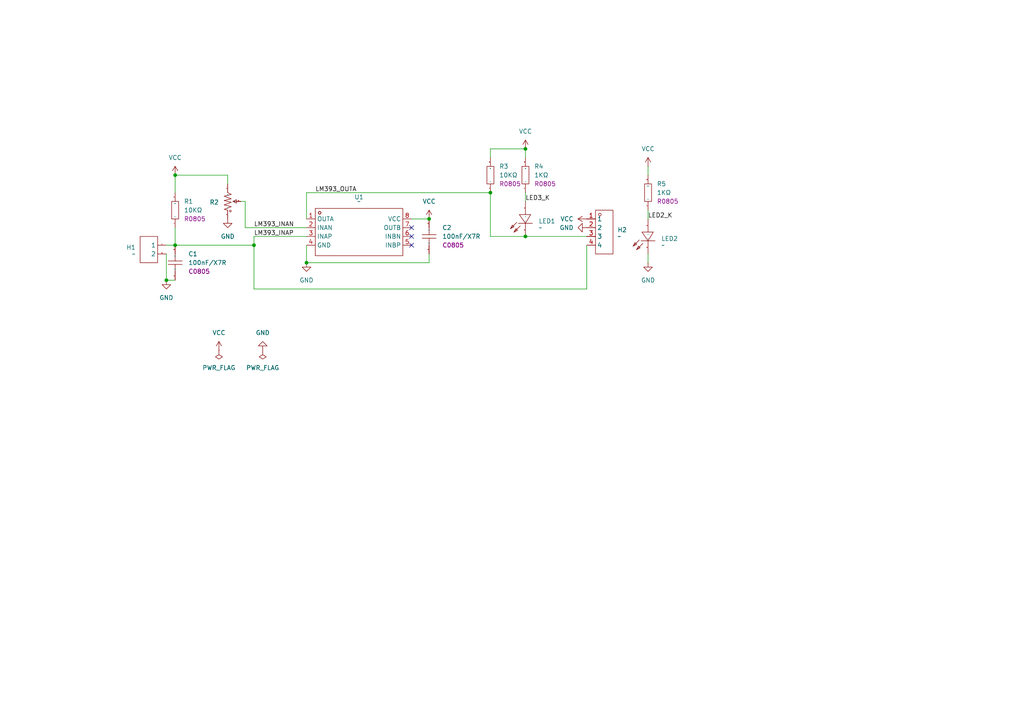
<source format=kicad_sch>
(kicad_sch
	(version 20231120)
	(generator "eeschema")
	(generator_version "8.0")
	(uuid "84976f2b-6d77-4aab-abe9-a707c22a29b7")
	(paper "A4")
	(lib_symbols
		(symbol "jlc_library:3296W-1-103"
			(exclude_from_sim no)
			(in_bom yes)
			(on_board yes)
			(property "Reference" "R"
				(at 0 0 0)
				(effects
					(font
						(size 1.27 1.27)
					)
				)
			)
			(property "Value" "10kΩ"
				(at 0 0 0)
				(effects
					(font
						(size 1.27 1.27)
					)
					(hide yes)
				)
			)
			(property "Footprint" "jlc_library:RES-ADJ-TH_3P-L10.0-W10.0-P2.50-L"
				(at 0 0 0)
				(effects
					(font
						(size 1.27 1.27)
					)
					(hide yes)
				)
			)
			(property "Datasheet" "https://atta.szlcsc.com/upload/public/pdf/source/20171114/C118954_15106326646611117443.pdf"
				(at 0 0 0)
				(effects
					(font
						(size 1.27 1.27)
					)
					(hide yes)
				)
			)
			(property "Description" "阻值:10kΩ;精度:±10%;"
				(at 0 0 0)
				(effects
					(font
						(size 1.27 1.27)
					)
					(hide yes)
				)
			)
			(property "Manufacturer Part" "3296W-1-103"
				(at 0 0 0)
				(effects
					(font
						(size 1.27 1.27)
					)
					(hide yes)
				)
			)
			(property "Manufacturer" "BOCHEN(博晨)"
				(at 0 0 0)
				(effects
					(font
						(size 1.27 1.27)
					)
					(hide yes)
				)
			)
			(property "Supplier Part" "C118954"
				(at 0 0 0)
				(effects
					(font
						(size 1.27 1.27)
					)
					(hide yes)
				)
			)
			(property "Supplier" "LCSC"
				(at 0 0 0)
				(effects
					(font
						(size 1.27 1.27)
					)
					(hide yes)
				)
			)
			(property "LCSC Part Name" "10kΩ ±10%"
				(at 0 0 0)
				(effects
					(font
						(size 1.27 1.27)
					)
					(hide yes)
				)
			)
			(symbol "3296W-1-103_1_0"
				(polyline
					(pts
						(xy -2.54 0) (xy -2.032 1.016)
					)
					(stroke
						(width 0)
						(type default)
					)
					(fill
						(type none)
					)
				)
				(polyline
					(pts
						(xy -2.032 1.016) (xy -1.524 -1.016)
					)
					(stroke
						(width 0)
						(type default)
					)
					(fill
						(type none)
					)
				)
				(polyline
					(pts
						(xy -1.524 -1.016) (xy -0.762 1.016)
					)
					(stroke
						(width 0)
						(type default)
					)
					(fill
						(type none)
					)
				)
				(polyline
					(pts
						(xy -0.762 1.016) (xy -0.254 -1.016)
					)
					(stroke
						(width 0)
						(type default)
					)
					(fill
						(type none)
					)
				)
				(polyline
					(pts
						(xy -0.254 -1.016) (xy 0.254 1.016)
					)
					(stroke
						(width 0)
						(type default)
					)
					(fill
						(type none)
					)
				)
				(polyline
					(pts
						(xy 0 2.54) (xy 0 1.524)
					)
					(stroke
						(width 0)
						(type default)
					)
					(fill
						(type none)
					)
				)
				(polyline
					(pts
						(xy 0.254 1.016) (xy 1.016 -1.016)
					)
					(stroke
						(width 0)
						(type default)
					)
					(fill
						(type none)
					)
				)
				(polyline
					(pts
						(xy 1.016 -1.016) (xy 1.524 1.016)
					)
					(stroke
						(width 0)
						(type default)
					)
					(fill
						(type none)
					)
				)
				(polyline
					(pts
						(xy 1.524 1.016) (xy 2.286 -1.016)
					)
					(stroke
						(width 0)
						(type default)
					)
					(fill
						(type none)
					)
				)
				(polyline
					(pts
						(xy 2.286 -1.016) (xy 2.54 0)
					)
					(stroke
						(width 0)
						(type default)
					)
					(fill
						(type none)
					)
				)
				(polyline
					(pts
						(xy -0.508 2.54) (xy 0 1.524) (xy 0 1.524) (xy 0.508 2.54) (xy 0.508 2.54) (xy -0.508 2.54)
					)
					(stroke
						(width 0)
						(type default)
					)
					(fill
						(type none)
					)
				)
				(circle
					(center 2.794 0.762)
					(radius 0.254)
					(stroke
						(width 0)
						(type default)
					)
					(fill
						(type none)
					)
				)
				(pin passive line
					(at 5.08 0 180)
					(length 2.54)
					(name "1"
						(effects
							(font
								(size 0.0254 0.0254)
							)
						)
					)
					(number "1"
						(effects
							(font
								(size 0.0254 0.0254)
							)
						)
					)
				)
				(pin passive line
					(at 0 3.81 270)
					(length 1.27)
					(name "2"
						(effects
							(font
								(size 0.0254 0.0254)
							)
						)
					)
					(number "2"
						(effects
							(font
								(size 0.0254 0.0254)
							)
						)
					)
				)
				(pin passive line
					(at -5.08 0 0)
					(length 2.54)
					(name "3"
						(effects
							(font
								(size 0.0254 0.0254)
							)
						)
					)
					(number "3"
						(effects
							(font
								(size 0.0254 0.0254)
							)
						)
					)
				)
			)
		)
		(symbol "jlc_library:C0805"
			(exclude_from_sim no)
			(in_bom yes)
			(on_board yes)
			(property "Reference" "C"
				(at 0 0 0)
				(effects
					(font
						(size 1.27 1.27)
					)
				)
			)
			(property "Value" "10uF/X7R"
				(at 0 0 0)
				(effects
					(font
						(size 1.27 1.27)
					)
				)
			)
			(property "Footprint" "jlc_library:C0805"
				(at 0 0 0)
				(effects
					(font
						(size 1.27 1.27)
					)
					(hide yes)
				)
			)
			(property "Datasheet" ""
				(at 0 0 0)
				(effects
					(font
						(size 1.27 1.27)
					)
					(hide yes)
				)
			)
			(property "Description" ""
				(at 0 0 0)
				(effects
					(font
						(size 1.27 1.27)
					)
					(hide yes)
				)
			)
			(property "package" "C0805"
				(at 0 0 0)
				(effects
					(font
						(size 1.27 1.27)
					)
				)
			)
			(symbol "C0805_1_0"
				(polyline
					(pts
						(xy -0.508 -2.032) (xy -0.508 2.032)
					)
					(stroke
						(width 0)
						(type default)
					)
					(fill
						(type none)
					)
				)
				(polyline
					(pts
						(xy -0.508 0) (xy -2.54 0)
					)
					(stroke
						(width 0)
						(type default)
					)
					(fill
						(type none)
					)
				)
				(polyline
					(pts
						(xy 0.508 2.032) (xy 0.508 -2.032)
					)
					(stroke
						(width 0)
						(type default)
					)
					(fill
						(type none)
					)
				)
				(polyline
					(pts
						(xy 2.54 0) (xy 0.508 0)
					)
					(stroke
						(width 0)
						(type default)
					)
					(fill
						(type none)
					)
				)
				(pin passive line
					(at -5.08 0 0)
					(length 2.54)
					(name "1"
						(effects
							(font
								(size 0.0254 0.0254)
							)
						)
					)
					(number "1"
						(effects
							(font
								(size 0.0254 0.0254)
							)
						)
					)
				)
				(pin passive line
					(at 5.08 0 180)
					(length 2.54)
					(name "2"
						(effects
							(font
								(size 0.0254 0.0254)
							)
						)
					)
					(number "2"
						(effects
							(font
								(size 0.0254 0.0254)
							)
						)
					)
				)
			)
		)
		(symbol "jlc_library:GND"
			(power)
			(pin_numbers hide)
			(pin_names
				(offset 0) hide)
			(exclude_from_sim no)
			(in_bom yes)
			(on_board yes)
			(property "Reference" "#PWR"
				(at 0 -6.35 0)
				(effects
					(font
						(size 1.27 1.27)
					)
					(hide yes)
				)
			)
			(property "Value" "GND"
				(at 0 -3.81 0)
				(effects
					(font
						(size 1.27 1.27)
					)
				)
			)
			(property "Footprint" ""
				(at 0 0 0)
				(effects
					(font
						(size 1.27 1.27)
					)
					(hide yes)
				)
			)
			(property "Datasheet" ""
				(at 0 0 0)
				(effects
					(font
						(size 1.27 1.27)
					)
					(hide yes)
				)
			)
			(property "Description" "Power symbol creates a global label with name \"GND\" , ground"
				(at 0 0 0)
				(effects
					(font
						(size 1.27 1.27)
					)
					(hide yes)
				)
			)
			(property "ki_keywords" "global power"
				(at 0 0 0)
				(effects
					(font
						(size 1.27 1.27)
					)
					(hide yes)
				)
			)
			(symbol "GND_0_1"
				(polyline
					(pts
						(xy 0 0) (xy 0 -1.27) (xy 1.27 -1.27) (xy 0 -2.54) (xy -1.27 -1.27) (xy 0 -1.27)
					)
					(stroke
						(width 0)
						(type default)
					)
					(fill
						(type none)
					)
				)
			)
			(symbol "GND_1_1"
				(pin passive line
					(at 0 0 270)
					(length 0)
					(name "~"
						(effects
							(font
								(size 1.27 1.27)
							)
						)
					)
					(number "1"
						(effects
							(font
								(size 1.27 1.27)
							)
						)
					)
				)
			)
		)
		(symbol "jlc_library:HDR-TH_2P-P2.54-V-F"
			(exclude_from_sim no)
			(in_bom yes)
			(on_board yes)
			(property "Reference" "H"
				(at -1.27 1.27 0)
				(effects
					(font
						(size 1.27 1.27)
					)
				)
			)
			(property "Value" ""
				(at -1.27 1.27 0)
				(effects
					(font
						(size 1.27 1.27)
					)
				)
			)
			(property "Footprint" "jlc_library:HDR-TH_2P-P2.54-V-F"
				(at 0 0 0)
				(effects
					(font
						(size 1.27 1.27)
					)
					(hide yes)
				)
			)
			(property "Datasheet" ""
				(at -1.27 1.27 0)
				(effects
					(font
						(size 1.27 1.27)
					)
					(hide yes)
				)
			)
			(property "Description" ""
				(at -1.27 1.27 0)
				(effects
					(font
						(size 1.27 1.27)
					)
					(hide yes)
				)
			)
			(property "Supplier Part" "C49661"
				(at -1.27 1.27 0)
				(effects
					(font
						(size 1.27 1.27)
					)
					(hide yes)
				)
			)
			(symbol "HDR-TH_2P-P2.54-V-F_1_0"
				(rectangle
					(start -2.54 -2.54)
					(end 2.54 5.08)
					(stroke
						(width 0)
						(type default)
					)
					(fill
						(type none)
					)
				)
				(pin passive line
					(at -5.08 2.54 0)
					(length 2.54)
					(name "1"
						(effects
							(font
								(size 1.27 1.27)
							)
						)
					)
					(number "1"
						(effects
							(font
								(size 0.0254 0.0254)
							)
						)
					)
				)
				(pin passive line
					(at -5.08 0 0)
					(length 2.54)
					(name "2"
						(effects
							(font
								(size 1.27 1.27)
							)
						)
					)
					(number "2"
						(effects
							(font
								(size 0.0254 0.0254)
							)
						)
					)
				)
			)
		)
		(symbol "jlc_library:HDR-TH_4P-P2.54-V-F"
			(exclude_from_sim no)
			(in_bom yes)
			(on_board yes)
			(property "Reference" "H"
				(at 0 1.27 0)
				(effects
					(font
						(size 1.27 1.27)
					)
				)
			)
			(property "Value" ""
				(at 0 1.27 0)
				(effects
					(font
						(size 1.27 1.27)
					)
				)
			)
			(property "Footprint" "jlc_library:HDR-TH_4P-P2.54-V-F"
				(at 0 0 0)
				(effects
					(font
						(size 1.27 1.27)
					)
					(hide yes)
				)
			)
			(property "Datasheet" ""
				(at 0 1.27 0)
				(effects
					(font
						(size 1.27 1.27)
					)
					(hide yes)
				)
			)
			(property "Description" ""
				(at 0 1.27 0)
				(effects
					(font
						(size 1.27 1.27)
					)
					(hide yes)
				)
			)
			(property "Supplier Part" "C2718488"
				(at 0 1.27 0)
				(effects
					(font
						(size 1.27 1.27)
					)
					(hide yes)
				)
			)
			(symbol "HDR-TH_4P-P2.54-V-F_1_0"
				(rectangle
					(start -2.54 -5.08)
					(end 2.54 7.62)
					(stroke
						(width 0)
						(type default)
					)
					(fill
						(type none)
					)
				)
				(circle
					(center -1.27 6.35)
					(radius 0.381)
					(stroke
						(width 0)
						(type default)
					)
					(fill
						(type none)
					)
				)
				(pin passive line
					(at -5.08 5.08 0)
					(length 2.54)
					(name "1"
						(effects
							(font
								(size 1.27 1.27)
							)
						)
					)
					(number "1"
						(effects
							(font
								(size 1.27 1.27)
							)
						)
					)
				)
				(pin passive line
					(at -5.08 2.54 0)
					(length 2.54)
					(name "2"
						(effects
							(font
								(size 1.27 1.27)
							)
						)
					)
					(number "2"
						(effects
							(font
								(size 1.27 1.27)
							)
						)
					)
				)
				(pin passive line
					(at -5.08 0 0)
					(length 2.54)
					(name "3"
						(effects
							(font
								(size 1.27 1.27)
							)
						)
					)
					(number "3"
						(effects
							(font
								(size 1.27 1.27)
							)
						)
					)
				)
				(pin passive line
					(at -5.08 -2.54 0)
					(length 2.54)
					(name "4"
						(effects
							(font
								(size 1.27 1.27)
							)
						)
					)
					(number "4"
						(effects
							(font
								(size 1.27 1.27)
							)
						)
					)
				)
			)
		)
		(symbol "jlc_library:LED_0603"
			(exclude_from_sim no)
			(in_bom yes)
			(on_board yes)
			(property "Reference" "LED"
				(at 0 0 0)
				(effects
					(font
						(size 1.27 1.27)
					)
				)
			)
			(property "Value" ""
				(at 0 0 0)
				(effects
					(font
						(size 1.27 1.27)
					)
				)
			)
			(property "Footprint" "jlc_library:LED0603-R-RD"
				(at 0 0 0)
				(effects
					(font
						(size 1.27 1.27)
					)
					(hide yes)
				)
			)
			(property "Datasheet" ""
				(at 0 0 0)
				(effects
					(font
						(size 1.27 1.27)
					)
					(hide yes)
				)
			)
			(property "Description" ""
				(at 0 0 0)
				(effects
					(font
						(size 1.27 1.27)
					)
					(hide yes)
				)
			)
			(symbol "LED_0603_1_0"
				(polyline
					(pts
						(xy -2.032 1.524) (xy -3.81 3.302)
					)
					(stroke
						(width 0)
						(type default)
					)
					(fill
						(type none)
					)
				)
				(polyline
					(pts
						(xy -1.27 2.032) (xy -1.27 -2.032)
					)
					(stroke
						(width 0)
						(type default)
					)
					(fill
						(type none)
					)
				)
				(polyline
					(pts
						(xy -1.016 2.54) (xy -2.794 4.318)
					)
					(stroke
						(width 0)
						(type default)
					)
					(fill
						(type none)
					)
				)
				(polyline
					(pts
						(xy -3.81 3.302) (xy -2.794 2.794) (xy -2.794 2.794) (xy -3.302 2.286) (xy -3.302 2.286) (xy -3.81 3.302)
					)
					(stroke
						(width 0)
						(type default)
					)
					(fill
						(type none)
					)
				)
				(polyline
					(pts
						(xy -2.794 4.318) (xy -1.778 3.81) (xy -1.778 3.81) (xy -2.286 3.302) (xy -2.286 3.302) (xy -2.794 4.318)
					)
					(stroke
						(width 0)
						(type default)
					)
					(fill
						(type none)
					)
				)
				(polyline
					(pts
						(xy 1.27 -1.524) (xy -1.27 0) (xy -1.27 0) (xy 1.27 1.778) (xy 1.27 1.778) (xy 1.27 -1.524)
					)
					(stroke
						(width 0)
						(type default)
					)
					(fill
						(type none)
					)
				)
				(pin passive line
					(at 5.08 0 180)
					(length 3.81)
					(name "A"
						(effects
							(font
								(size 0.0254 0.0254)
							)
						)
					)
					(number "1"
						(effects
							(font
								(size 0.0254 0.0254)
							)
						)
					)
				)
				(pin passive line
					(at -5.08 0 0)
					(length 3.81)
					(name "K"
						(effects
							(font
								(size 0.0254 0.0254)
							)
						)
					)
					(number "2"
						(effects
							(font
								(size 0.0254 0.0254)
							)
						)
					)
				)
			)
		)
		(symbol "jlc_library:LM393DR2G"
			(exclude_from_sim no)
			(in_bom yes)
			(on_board yes)
			(property "Reference" "U"
				(at 0 0 0)
				(effects
					(font
						(size 1.27 1.27)
					)
				)
			)
			(property "Value" ""
				(at 0 0 0)
				(effects
					(font
						(size 1.27 1.27)
					)
				)
			)
			(property "Footprint" "jlc_library:SOIC-8_L5.0-W4.0-P1.27-LS6.0-BL"
				(at 0 0 0)
				(effects
					(font
						(size 1.27 1.27)
					)
					(hide yes)
				)
			)
			(property "Datasheet" "https://atta.szlcsc.com/upload/public/pdf/source/20140815/1457707223499.pdf"
				(at 0 0 0)
				(effects
					(font
						(size 1.27 1.27)
					)
					(hide yes)
				)
			)
			(property "Description" "输入失调电压(Vos):5mV;输入偏置电流(Ib):250nA;"
				(at 0 0 0)
				(effects
					(font
						(size 1.27 1.27)
					)
					(hide yes)
				)
			)
			(property "Manufacturer Part" "LM393DR2G"
				(at 0 0 0)
				(effects
					(font
						(size 1.27 1.27)
					)
					(hide yes)
				)
			)
			(property "Manufacturer" "onsemi(安森美)"
				(at 0 0 0)
				(effects
					(font
						(size 1.27 1.27)
					)
					(hide yes)
				)
			)
			(property "Supplier Part" "C7955"
				(at 0 0 0)
				(effects
					(font
						(size 1.27 1.27)
					)
					(hide yes)
				)
			)
			(property "Supplier" "LCSC"
				(at 0 0 0)
				(effects
					(font
						(size 1.27 1.27)
					)
					(hide yes)
				)
			)
			(property "LCSC Part Name" "比较器，双，低偏移电压"
				(at 0 0 0)
				(effects
					(font
						(size 1.27 1.27)
					)
					(hide yes)
				)
			)
			(symbol "LM393DR2G_1_0"
				(rectangle
					(start -12.7 -6.858)
					(end 12.7 6.858)
					(stroke
						(width 0)
						(type default)
					)
					(fill
						(type none)
					)
				)
				(circle
					(center -11.43 5.588)
					(radius 0.381)
					(stroke
						(width 0)
						(type default)
					)
					(fill
						(type none)
					)
				)
				(circle
					(center -11.43 5.588)
					(radius 0.381)
					(stroke
						(width 0)
						(type default)
					)
					(fill
						(type none)
					)
				)
				(pin passive line
					(at -15.24 3.81 0)
					(length 2.54)
					(name "OUTA"
						(effects
							(font
								(size 1.27 1.27)
							)
						)
					)
					(number "1"
						(effects
							(font
								(size 1.27 1.27)
							)
						)
					)
				)
				(pin passive line
					(at -15.24 1.27 0)
					(length 2.54)
					(name "INAN"
						(effects
							(font
								(size 1.27 1.27)
							)
						)
					)
					(number "2"
						(effects
							(font
								(size 1.27 1.27)
							)
						)
					)
				)
				(pin passive line
					(at -15.24 -1.27 0)
					(length 2.54)
					(name "INAP"
						(effects
							(font
								(size 1.27 1.27)
							)
						)
					)
					(number "3"
						(effects
							(font
								(size 1.27 1.27)
							)
						)
					)
				)
				(pin passive line
					(at -15.24 -3.81 0)
					(length 2.54)
					(name "GND"
						(effects
							(font
								(size 1.27 1.27)
							)
						)
					)
					(number "4"
						(effects
							(font
								(size 1.27 1.27)
							)
						)
					)
				)
				(pin passive line
					(at 15.24 -3.81 180)
					(length 2.54)
					(name "INBP"
						(effects
							(font
								(size 1.27 1.27)
							)
						)
					)
					(number "5"
						(effects
							(font
								(size 1.27 1.27)
							)
						)
					)
				)
				(pin passive line
					(at 15.24 -1.27 180)
					(length 2.54)
					(name "INBN"
						(effects
							(font
								(size 1.27 1.27)
							)
						)
					)
					(number "6"
						(effects
							(font
								(size 1.27 1.27)
							)
						)
					)
				)
				(pin passive line
					(at 15.24 1.27 180)
					(length 2.54)
					(name "OUTB"
						(effects
							(font
								(size 1.27 1.27)
							)
						)
					)
					(number "7"
						(effects
							(font
								(size 1.27 1.27)
							)
						)
					)
				)
				(pin passive line
					(at 15.24 3.81 180)
					(length 2.54)
					(name "VCC"
						(effects
							(font
								(size 1.27 1.27)
							)
						)
					)
					(number "8"
						(effects
							(font
								(size 1.27 1.27)
							)
						)
					)
				)
			)
		)
		(symbol "jlc_library:PWR_FLAG"
			(power)
			(pin_numbers hide)
			(pin_names
				(offset 0) hide)
			(exclude_from_sim no)
			(in_bom yes)
			(on_board yes)
			(property "Reference" "#FLG"
				(at 0 1.905 0)
				(effects
					(font
						(size 1.27 1.27)
					)
					(hide yes)
				)
			)
			(property "Value" "PWR_FLAG"
				(at 0 3.81 0)
				(effects
					(font
						(size 1.27 1.27)
					)
				)
			)
			(property "Footprint" ""
				(at 0 0 0)
				(effects
					(font
						(size 1.27 1.27)
					)
					(hide yes)
				)
			)
			(property "Datasheet" "~"
				(at 0 0 0)
				(effects
					(font
						(size 1.27 1.27)
					)
					(hide yes)
				)
			)
			(property "Description" "Special symbol for telling ERC where power comes from"
				(at 0 0 0)
				(effects
					(font
						(size 1.27 1.27)
					)
					(hide yes)
				)
			)
			(property "ki_keywords" "flag power"
				(at 0 0 0)
				(effects
					(font
						(size 1.27 1.27)
					)
					(hide yes)
				)
			)
			(symbol "PWR_FLAG_0_0"
				(pin passive line
					(at 0 0 90)
					(length 0)
					(name "~"
						(effects
							(font
								(size 1.27 1.27)
							)
						)
					)
					(number "1"
						(effects
							(font
								(size 1.27 1.27)
							)
						)
					)
				)
			)
			(symbol "PWR_FLAG_0_1"
				(polyline
					(pts
						(xy 0 0) (xy 0 1.27) (xy -1.016 1.905) (xy 0 2.54) (xy 1.016 1.905) (xy 0 1.27)
					)
					(stroke
						(width 0)
						(type default)
					)
					(fill
						(type none)
					)
				)
			)
		)
		(symbol "jlc_library:R0805"
			(exclude_from_sim no)
			(in_bom yes)
			(on_board yes)
			(property "Reference" "R"
				(at 0 0 0)
				(effects
					(font
						(size 1.27 1.27)
					)
				)
			)
			(property "Value" "10KΩ"
				(at 0 0 0)
				(effects
					(font
						(size 1.27 1.27)
					)
				)
			)
			(property "Footprint" "jlc_library:R0805"
				(at 0 0 0)
				(effects
					(font
						(size 1.27 1.27)
					)
					(hide yes)
				)
			)
			(property "Datasheet" ""
				(at 0 0 0)
				(effects
					(font
						(size 1.27 1.27)
					)
					(hide yes)
				)
			)
			(property "Description" ""
				(at 0 0 0)
				(effects
					(font
						(size 1.27 1.27)
					)
					(hide yes)
				)
			)
			(property "package" "R0805"
				(at 0 0 0)
				(effects
					(font
						(size 1.27 1.27)
					)
				)
			)
			(symbol "R0805_1_0"
				(rectangle
					(start -2.54 1.016)
					(end 2.54 -1.016)
					(stroke
						(width 0)
						(type default)
					)
					(fill
						(type none)
					)
				)
				(pin passive line
					(at -5.08 0 0)
					(length 2.54)
					(name "1"
						(effects
							(font
								(size 0.0254 0.0254)
							)
						)
					)
					(number "1"
						(effects
							(font
								(size 0.0254 0.0254)
							)
						)
					)
				)
				(pin passive line
					(at 5.08 0 180)
					(length 2.54)
					(name "2"
						(effects
							(font
								(size 0.0254 0.0254)
							)
						)
					)
					(number "2"
						(effects
							(font
								(size 0.0254 0.0254)
							)
						)
					)
				)
			)
		)
		(symbol "jlc_library:VCC"
			(power)
			(pin_numbers hide)
			(pin_names
				(offset 0) hide)
			(exclude_from_sim no)
			(in_bom yes)
			(on_board yes)
			(property "Reference" "#PWR"
				(at 0 -3.81 0)
				(effects
					(font
						(size 1.27 1.27)
					)
					(hide yes)
				)
			)
			(property "Value" "VCC"
				(at 0 3.556 0)
				(effects
					(font
						(size 1.27 1.27)
					)
				)
			)
			(property "Footprint" ""
				(at 0 0 0)
				(effects
					(font
						(size 1.27 1.27)
					)
					(hide yes)
				)
			)
			(property "Datasheet" ""
				(at 0 0 0)
				(effects
					(font
						(size 1.27 1.27)
					)
					(hide yes)
				)
			)
			(property "Description" "Power symbol creates a global label with name \"+3.3V\""
				(at 0 0 0)
				(effects
					(font
						(size 1.27 1.27)
					)
					(hide yes)
				)
			)
			(property "ki_keywords" "global power"
				(at 0 0 0)
				(effects
					(font
						(size 1.27 1.27)
					)
					(hide yes)
				)
			)
			(symbol "VCC_0_1"
				(polyline
					(pts
						(xy -0.762 1.27) (xy 0 2.54)
					)
					(stroke
						(width 0)
						(type default)
					)
					(fill
						(type none)
					)
				)
				(polyline
					(pts
						(xy 0 0) (xy 0 2.54)
					)
					(stroke
						(width 0)
						(type default)
					)
					(fill
						(type none)
					)
				)
				(polyline
					(pts
						(xy 0 2.54) (xy 0.762 1.27)
					)
					(stroke
						(width 0)
						(type default)
					)
					(fill
						(type none)
					)
				)
			)
			(symbol "VCC_1_1"
				(pin passive line
					(at 0 0 90)
					(length 0)
					(name "~"
						(effects
							(font
								(size 1.27 1.27)
							)
						)
					)
					(number "1"
						(effects
							(font
								(size 1.27 1.27)
							)
						)
					)
				)
			)
		)
	)
	(junction
		(at 88.9 76.2)
		(diameter 0)
		(color 0 0 0 0)
		(uuid "113c95a4-b9b0-4a57-bffb-c204c08b944b")
	)
	(junction
		(at 48.26 81.28)
		(diameter 0)
		(color 0 0 0 0)
		(uuid "2a83f8a5-3fc6-454b-8b48-0199e5c63769")
	)
	(junction
		(at 50.8 71.12)
		(diameter 0)
		(color 0 0 0 0)
		(uuid "371c08a1-e9d7-42bc-8762-837cfe00f24c")
	)
	(junction
		(at 73.66 71.12)
		(diameter 0)
		(color 0 0 0 0)
		(uuid "4838d838-ac64-45c2-b3cf-373fcb885cef")
	)
	(junction
		(at 152.4 68.58)
		(diameter 0)
		(color 0 0 0 0)
		(uuid "5b38633f-1706-49e8-9f8a-b55f8193aff3")
	)
	(junction
		(at 50.8 50.8)
		(diameter 0)
		(color 0 0 0 0)
		(uuid "5d252edc-8799-4fc7-bb80-9ce7b33b9036")
	)
	(junction
		(at 152.4 43.18)
		(diameter 0)
		(color 0 0 0 0)
		(uuid "73f3a609-f579-42af-9e7e-d452010fa7e1")
	)
	(junction
		(at 124.46 63.5)
		(diameter 0)
		(color 0 0 0 0)
		(uuid "9b96be89-6442-40a3-8f6e-a9c924f546d2")
	)
	(junction
		(at 142.24 55.88)
		(diameter 0)
		(color 0 0 0 0)
		(uuid "b2946427-4198-4793-b7c6-aadae481d4c4")
	)
	(no_connect
		(at 119.38 66.04)
		(uuid "13949053-ae56-4afd-9332-94f8b0fe81c2")
	)
	(no_connect
		(at 119.38 71.12)
		(uuid "5ad410a1-0fc3-4e28-85c3-e891ec5ec10d")
	)
	(no_connect
		(at 119.38 68.58)
		(uuid "9efd4791-2dd6-4e70-a689-5818bf8079ee")
	)
	(wire
		(pts
			(xy 142.24 45.72) (xy 142.24 43.18)
		)
		(stroke
			(width 0)
			(type default)
		)
		(uuid "0356e571-2311-4da6-9d92-30cc3a3ea713")
	)
	(wire
		(pts
			(xy 88.9 55.88) (xy 142.24 55.88)
		)
		(stroke
			(width 0)
			(type default)
		)
		(uuid "0372f98a-92a2-41b8-9525-3442a5c6ca03")
	)
	(wire
		(pts
			(xy 142.24 43.18) (xy 152.4 43.18)
		)
		(stroke
			(width 0)
			(type default)
		)
		(uuid "05979a06-9b4f-4d33-832a-ee646547bd91")
	)
	(wire
		(pts
			(xy 73.66 83.82) (xy 73.66 71.12)
		)
		(stroke
			(width 0)
			(type default)
		)
		(uuid "0b58d6a1-fab3-4a93-a11a-301bebf5e544")
	)
	(wire
		(pts
			(xy 119.38 63.5) (xy 124.46 63.5)
		)
		(stroke
			(width 0)
			(type default)
		)
		(uuid "1a234d59-d9a7-4142-a50c-08835febf85c")
	)
	(wire
		(pts
			(xy 124.46 73.66) (xy 124.46 76.2)
		)
		(stroke
			(width 0)
			(type default)
		)
		(uuid "1d1e4173-ebb5-47aa-a406-e0a623eda40f")
	)
	(wire
		(pts
			(xy 48.26 81.28) (xy 50.8 81.28)
		)
		(stroke
			(width 0)
			(type default)
		)
		(uuid "23548cb5-29c7-473f-b132-e60add49d5fd")
	)
	(wire
		(pts
			(xy 187.96 60.96) (xy 187.96 63.5)
		)
		(stroke
			(width 0)
			(type default)
		)
		(uuid "251b0fb9-df3b-48bb-9b95-823c7a453500")
	)
	(wire
		(pts
			(xy 73.66 83.82) (xy 170.18 83.82)
		)
		(stroke
			(width 0)
			(type default)
		)
		(uuid "25723f03-6d81-4b44-9796-06f4caab57c8")
	)
	(wire
		(pts
			(xy 124.46 76.2) (xy 88.9 76.2)
		)
		(stroke
			(width 0)
			(type default)
		)
		(uuid "2addbf60-a867-474d-adae-4a25a1a9856b")
	)
	(wire
		(pts
			(xy 48.26 81.28) (xy 48.26 73.66)
		)
		(stroke
			(width 0)
			(type default)
		)
		(uuid "2ed98fb6-8c74-4c72-b55c-b64fae821baa")
	)
	(wire
		(pts
			(xy 88.9 71.12) (xy 88.9 76.2)
		)
		(stroke
			(width 0)
			(type default)
		)
		(uuid "55fa735c-6dd2-4097-afac-d4d4ff262636")
	)
	(wire
		(pts
			(xy 66.04 50.8) (xy 66.04 53.34)
		)
		(stroke
			(width 0)
			(type default)
		)
		(uuid "58c1556a-71eb-462b-a1a3-8737d8633a1a")
	)
	(wire
		(pts
			(xy 71.12 66.04) (xy 88.9 66.04)
		)
		(stroke
			(width 0)
			(type default)
		)
		(uuid "61eafafc-ed4b-470b-8399-0838f9012de0")
	)
	(wire
		(pts
			(xy 48.26 71.12) (xy 50.8 71.12)
		)
		(stroke
			(width 0)
			(type default)
		)
		(uuid "68308fa8-7d30-46d5-b064-8e6e3410372a")
	)
	(wire
		(pts
			(xy 50.8 55.88) (xy 50.8 50.8)
		)
		(stroke
			(width 0)
			(type default)
		)
		(uuid "6bcf3e53-a99d-41ad-ae30-5c06cf60f172")
	)
	(wire
		(pts
			(xy 50.8 71.12) (xy 50.8 66.04)
		)
		(stroke
			(width 0)
			(type default)
		)
		(uuid "7025714a-d57f-4615-9603-9cac5610b4f1")
	)
	(wire
		(pts
			(xy 170.18 83.82) (xy 170.18 71.12)
		)
		(stroke
			(width 0)
			(type default)
		)
		(uuid "7241c795-ee8e-420b-8fe8-9898c6a0044d")
	)
	(wire
		(pts
			(xy 88.9 68.58) (xy 73.66 68.58)
		)
		(stroke
			(width 0)
			(type default)
		)
		(uuid "77739e3c-2f88-48e1-840c-003e04a74320")
	)
	(wire
		(pts
			(xy 73.66 68.58) (xy 73.66 71.12)
		)
		(stroke
			(width 0)
			(type default)
		)
		(uuid "7b84dbd6-784d-427e-9dd0-00fed618fb81")
	)
	(wire
		(pts
			(xy 187.96 73.66) (xy 187.96 76.2)
		)
		(stroke
			(width 0)
			(type default)
		)
		(uuid "7ea947c3-c6f8-4dfe-b203-49dfd73a1b2c")
	)
	(wire
		(pts
			(xy 71.12 66.04) (xy 71.12 58.42)
		)
		(stroke
			(width 0)
			(type default)
		)
		(uuid "7f5ae6a5-c0a9-4e4a-abaa-9a64c1a6eef7")
	)
	(wire
		(pts
			(xy 142.24 68.58) (xy 152.4 68.58)
		)
		(stroke
			(width 0)
			(type default)
		)
		(uuid "8c1744bc-3f8b-4db5-97ac-1bf098fff9f0")
	)
	(wire
		(pts
			(xy 187.96 48.26) (xy 187.96 50.8)
		)
		(stroke
			(width 0)
			(type default)
		)
		(uuid "913a76bb-743d-4949-825a-3da31f7212c5")
	)
	(wire
		(pts
			(xy 50.8 71.12) (xy 73.66 71.12)
		)
		(stroke
			(width 0)
			(type default)
		)
		(uuid "b1031e46-9687-41f8-8aa9-f1f4094007e3")
	)
	(wire
		(pts
			(xy 152.4 43.18) (xy 152.4 45.72)
		)
		(stroke
			(width 0)
			(type default)
		)
		(uuid "b63c8f34-f8c8-42a5-b6ee-de9364006291")
	)
	(wire
		(pts
			(xy 152.4 55.88) (xy 152.4 58.42)
		)
		(stroke
			(width 0)
			(type default)
		)
		(uuid "c0071680-8419-4931-a574-4ef357a5c28a")
	)
	(wire
		(pts
			(xy 142.24 55.88) (xy 142.24 68.58)
		)
		(stroke
			(width 0)
			(type default)
		)
		(uuid "d711261f-da34-467a-9b48-18c93e772d46")
	)
	(wire
		(pts
			(xy 50.8 50.8) (xy 66.04 50.8)
		)
		(stroke
			(width 0)
			(type default)
		)
		(uuid "e09fa2c9-0c50-40c5-a992-3387267f9f6b")
	)
	(wire
		(pts
			(xy 69.85 58.42) (xy 71.12 58.42)
		)
		(stroke
			(width 0)
			(type default)
		)
		(uuid "e0af671b-da22-48cf-8a8b-423c5e16fb57")
	)
	(wire
		(pts
			(xy 88.9 63.5) (xy 88.9 55.88)
		)
		(stroke
			(width 0)
			(type default)
		)
		(uuid "fa5f7c6b-cb9f-4048-b0b9-0e040194004e")
	)
	(wire
		(pts
			(xy 152.4 68.58) (xy 170.18 68.58)
		)
		(stroke
			(width 0)
			(type default)
		)
		(uuid "fd47f078-0142-4a2b-b43a-36e8d95936bc")
	)
	(label "LED3_K"
		(at 152.4 58.42 0)
		(fields_autoplaced yes)
		(effects
			(font
				(size 1.27 1.27)
			)
			(justify left bottom)
		)
		(uuid "1f079467-c6b7-45c7-8db4-f463cbeb7306")
	)
	(label "LM393_INAN"
		(at 73.66 66.04 0)
		(fields_autoplaced yes)
		(effects
			(font
				(size 1.27 1.27)
			)
			(justify left bottom)
		)
		(uuid "60edd166-c705-4a89-84c3-9e8382b5c3de")
	)
	(label "LED2_K"
		(at 187.96 63.5 0)
		(fields_autoplaced yes)
		(effects
			(font
				(size 1.27 1.27)
			)
			(justify left bottom)
		)
		(uuid "80f0cee8-3bd6-4cab-a8cd-57e6b4e0d9d2")
	)
	(label "LM393_OUTA"
		(at 91.44 55.88 0)
		(fields_autoplaced yes)
		(effects
			(font
				(size 1.27 1.27)
			)
			(justify left bottom)
		)
		(uuid "df577ef9-9ab1-4984-b9c5-f30129c33c1e")
	)
	(label "LM393_INAP"
		(at 73.66 68.58 0)
		(fields_autoplaced yes)
		(effects
			(font
				(size 1.27 1.27)
			)
			(justify left bottom)
		)
		(uuid "f9e662e9-51a3-40e7-81ec-ede2a246e0c3")
	)
	(symbol
		(lib_id "jlc_library:VCC")
		(at 124.46 63.5 0)
		(unit 1)
		(exclude_from_sim no)
		(in_bom yes)
		(on_board yes)
		(dnp no)
		(fields_autoplaced yes)
		(uuid "0d92d64e-3a71-4a9c-9c19-6a076ec0d23b")
		(property "Reference" "#PWR063"
			(at 124.46 67.31 0)
			(effects
				(font
					(size 1.27 1.27)
				)
				(hide yes)
			)
		)
		(property "Value" "VCC"
			(at 124.46 58.42 0)
			(effects
				(font
					(size 1.27 1.27)
				)
			)
		)
		(property "Footprint" ""
			(at 124.46 63.5 0)
			(effects
				(font
					(size 1.27 1.27)
				)
				(hide yes)
			)
		)
		(property "Datasheet" ""
			(at 124.46 63.5 0)
			(effects
				(font
					(size 1.27 1.27)
				)
				(hide yes)
			)
		)
		(property "Description" "Power symbol creates a global label with name \"+3.3V\""
			(at 124.46 63.5 0)
			(effects
				(font
					(size 1.27 1.27)
				)
				(hide yes)
			)
		)
		(pin "1"
			(uuid "82a0f22c-7f04-4921-a546-b33758e4f14f")
		)
		(instances
			(project "bed"
				(path "/36a42f9d-b557-4de5-bdc9-72217fb16d5e/ac6f6cca-48bf-4bdf-9ecb-163cd14662cf"
					(reference "#PWR063")
					(unit 1)
				)
			)
			(project ""
				(path "/84976f2b-6d77-4aab-abe9-a707c22a29b7"
					(reference "#PWR07")
					(unit 1)
				)
			)
		)
	)
	(symbol
		(lib_id "jlc_library:3296W-1-103")
		(at 66.04 58.42 270)
		(unit 1)
		(exclude_from_sim no)
		(in_bom yes)
		(on_board yes)
		(dnp no)
		(fields_autoplaced yes)
		(uuid "12951597-c4fa-4952-9c6c-e3d1bc8685dd")
		(property "Reference" "R30"
			(at 63.5 58.6739 90)
			(effects
				(font
					(size 1.27 1.27)
				)
				(justify right)
			)
		)
		(property "Value" "10kΩ"
			(at 66.04 58.42 0)
			(effects
				(font
					(size 1.27 1.27)
				)
				(hide yes)
			)
		)
		(property "Footprint" "common_library:RES-ADJ-TH_3P-L10.0-W10.0-P2.50-L"
			(at 66.04 58.42 0)
			(effects
				(font
					(size 1.27 1.27)
				)
				(hide yes)
			)
		)
		(property "Datasheet" "https://atta.szlcsc.com/upload/public/pdf/source/20171114/C118954_15106326646611117443.pdf"
			(at 66.04 58.42 0)
			(effects
				(font
					(size 1.27 1.27)
				)
				(hide yes)
			)
		)
		(property "Description" "阻值:10kΩ;精度:±10%;"
			(at 66.04 58.42 0)
			(effects
				(font
					(size 1.27 1.27)
				)
				(hide yes)
			)
		)
		(property "Manufacturer Part" "3296W-1-103"
			(at 66.04 58.42 0)
			(effects
				(font
					(size 1.27 1.27)
				)
				(hide yes)
			)
		)
		(property "Manufacturer" "BOCHEN(博晨)"
			(at 66.04 58.42 0)
			(effects
				(font
					(size 1.27 1.27)
				)
				(hide yes)
			)
		)
		(property "Supplier Part" "C118954"
			(at 66.04 58.42 0)
			(effects
				(font
					(size 1.27 1.27)
				)
				(hide yes)
			)
		)
		(property "Supplier" "LCSC"
			(at 66.04 58.42 0)
			(effects
				(font
					(size 1.27 1.27)
				)
				(hide yes)
			)
		)
		(property "LCSC Part Name" "10kΩ ±10%"
			(at 66.04 58.42 0)
			(effects
				(font
					(size 1.27 1.27)
				)
				(hide yes)
			)
		)
		(pin "1"
			(uuid "befdac52-21fa-4852-836f-8590f3b3fe36")
		)
		(pin "3"
			(uuid "a11a516b-e7da-49fd-bfdd-2162be69ec4f")
		)
		(pin "2"
			(uuid "09f93680-6e23-4079-b1bf-b1bb847fb9ca")
		)
		(instances
			(project ""
				(path "/36a42f9d-b557-4de5-bdc9-72217fb16d5e/ac6f6cca-48bf-4bdf-9ecb-163cd14662cf"
					(reference "R30")
					(unit 1)
				)
			)
			(project ""
				(path "/84976f2b-6d77-4aab-abe9-a707c22a29b7"
					(reference "R2")
					(unit 1)
				)
			)
		)
	)
	(symbol
		(lib_id "jlc_library:PWR_FLAG")
		(at 76.2 101.6 180)
		(unit 1)
		(exclude_from_sim no)
		(in_bom yes)
		(on_board yes)
		(dnp no)
		(fields_autoplaced yes)
		(uuid "1a1c9785-9890-4423-814a-106092fad4aa")
		(property "Reference" "#FLG02"
			(at 76.2 103.505 0)
			(effects
				(font
					(size 1.27 1.27)
				)
				(hide yes)
			)
		)
		(property "Value" "PWR_FLAG"
			(at 76.2 106.68 0)
			(effects
				(font
					(size 1.27 1.27)
				)
			)
		)
		(property "Footprint" ""
			(at 76.2 101.6 0)
			(effects
				(font
					(size 1.27 1.27)
				)
				(hide yes)
			)
		)
		(property "Datasheet" "~"
			(at 76.2 101.6 0)
			(effects
				(font
					(size 1.27 1.27)
				)
				(hide yes)
			)
		)
		(property "Description" "Special symbol for telling ERC where power comes from"
			(at 76.2 101.6 0)
			(effects
				(font
					(size 1.27 1.27)
				)
				(hide yes)
			)
		)
		(pin "1"
			(uuid "9a10c7d1-011c-402d-9045-9f69cddf0620")
		)
		(instances
			(project "Raindrop_humidity_sensing_board"
				(path "/84976f2b-6d77-4aab-abe9-a707c22a29b7"
					(reference "#FLG02")
					(unit 1)
				)
			)
		)
	)
	(symbol
		(lib_id "jlc_library:VCC")
		(at 170.18 63.5 90)
		(unit 1)
		(exclude_from_sim no)
		(in_bom yes)
		(on_board yes)
		(dnp no)
		(fields_autoplaced yes)
		(uuid "2af58938-c90b-433b-b461-f85af377a764")
		(property "Reference" "#PWR059"
			(at 173.99 63.5 0)
			(effects
				(font
					(size 1.27 1.27)
				)
				(hide yes)
			)
		)
		(property "Value" "VCC"
			(at 166.37 63.4999 90)
			(effects
				(font
					(size 1.27 1.27)
				)
				(justify left)
			)
		)
		(property "Footprint" ""
			(at 170.18 63.5 0)
			(effects
				(font
					(size 1.27 1.27)
				)
				(hide yes)
			)
		)
		(property "Datasheet" ""
			(at 170.18 63.5 0)
			(effects
				(font
					(size 1.27 1.27)
				)
				(hide yes)
			)
		)
		(property "Description" "Power symbol creates a global label with name \"+3.3V\""
			(at 170.18 63.5 0)
			(effects
				(font
					(size 1.27 1.27)
				)
				(hide yes)
			)
		)
		(pin "1"
			(uuid "f231df35-c8a6-4ad1-8f21-f3de34f89800")
		)
		(instances
			(project "bed"
				(path "/36a42f9d-b557-4de5-bdc9-72217fb16d5e/ac6f6cca-48bf-4bdf-9ecb-163cd14662cf"
					(reference "#PWR059")
					(unit 1)
				)
			)
			(project ""
				(path "/84976f2b-6d77-4aab-abe9-a707c22a29b7"
					(reference "#PWR09")
					(unit 1)
				)
			)
		)
	)
	(symbol
		(lib_id "jlc_library:R0805")
		(at 187.96 55.88 90)
		(unit 1)
		(exclude_from_sim no)
		(in_bom yes)
		(on_board yes)
		(dnp no)
		(fields_autoplaced yes)
		(uuid "2d421831-4bf6-44da-a933-bbec60b58f0d")
		(property "Reference" "R32"
			(at 190.5 53.3399 90)
			(effects
				(font
					(size 1.27 1.27)
				)
				(justify right)
			)
		)
		(property "Value" "1KΩ"
			(at 190.5 55.8799 90)
			(effects
				(font
					(size 1.27 1.27)
				)
				(justify right)
			)
		)
		(property "Footprint" "common_library:R0805"
			(at 187.96 55.88 0)
			(effects
				(font
					(size 1.27 1.27)
				)
				(hide yes)
			)
		)
		(property "Datasheet" ""
			(at 187.96 55.88 0)
			(effects
				(font
					(size 1.27 1.27)
				)
				(hide yes)
			)
		)
		(property "Description" ""
			(at 187.96 55.88 0)
			(effects
				(font
					(size 1.27 1.27)
				)
				(hide yes)
			)
		)
		(property "package" "R0805"
			(at 190.5 58.4199 90)
			(effects
				(font
					(size 1.27 1.27)
				)
				(justify right)
			)
		)
		(pin "1"
			(uuid "1fec1be9-2fc2-46d9-8ca3-ad4d3f38a96f")
		)
		(pin "2"
			(uuid "2fffa708-c80e-4e08-8559-e78555388b99")
		)
		(instances
			(project "bed"
				(path "/36a42f9d-b557-4de5-bdc9-72217fb16d5e/ac6f6cca-48bf-4bdf-9ecb-163cd14662cf"
					(reference "R32")
					(unit 1)
				)
			)
			(project ""
				(path "/84976f2b-6d77-4aab-abe9-a707c22a29b7"
					(reference "R5")
					(unit 1)
				)
			)
		)
	)
	(symbol
		(lib_id "jlc_library:C0805")
		(at 50.8 76.2 90)
		(unit 1)
		(exclude_from_sim no)
		(in_bom yes)
		(on_board yes)
		(dnp no)
		(fields_autoplaced yes)
		(uuid "3145b4fa-cf3b-4c46-a6d0-31ea50ddfea8")
		(property "Reference" "C18"
			(at 54.61 73.6599 90)
			(effects
				(font
					(size 1.27 1.27)
				)
				(justify right)
			)
		)
		(property "Value" "100nF/X7R"
			(at 54.61 76.1999 90)
			(effects
				(font
					(size 1.27 1.27)
				)
				(justify right)
			)
		)
		(property "Footprint" "common_library:C0805"
			(at 50.8 76.2 0)
			(effects
				(font
					(size 1.27 1.27)
				)
				(hide yes)
			)
		)
		(property "Datasheet" ""
			(at 50.8 76.2 0)
			(effects
				(font
					(size 1.27 1.27)
				)
				(hide yes)
			)
		)
		(property "Description" ""
			(at 50.8 76.2 0)
			(effects
				(font
					(size 1.27 1.27)
				)
				(hide yes)
			)
		)
		(property "package" "C0805"
			(at 54.61 78.7399 90)
			(effects
				(font
					(size 1.27 1.27)
				)
				(justify right)
			)
		)
		(pin "2"
			(uuid "44c7ddb2-99bb-415e-ac68-e5b2160e3a26")
		)
		(pin "1"
			(uuid "b27dac85-ff2a-4d39-a0b6-e35b785a9656")
		)
		(instances
			(project ""
				(path "/36a42f9d-b557-4de5-bdc9-72217fb16d5e/ac6f6cca-48bf-4bdf-9ecb-163cd14662cf"
					(reference "C18")
					(unit 1)
				)
			)
			(project ""
				(path "/84976f2b-6d77-4aab-abe9-a707c22a29b7"
					(reference "C1")
					(unit 1)
				)
			)
		)
	)
	(symbol
		(lib_id "jlc_library:R0805")
		(at 142.24 50.8 90)
		(unit 1)
		(exclude_from_sim no)
		(in_bom yes)
		(on_board yes)
		(dnp no)
		(fields_autoplaced yes)
		(uuid "3a5fe676-e208-4508-a036-d45f7a7cf23d")
		(property "Reference" "R33"
			(at 144.78 48.2599 90)
			(effects
				(font
					(size 1.27 1.27)
				)
				(justify right)
			)
		)
		(property "Value" "10KΩ"
			(at 144.78 50.7999 90)
			(effects
				(font
					(size 1.27 1.27)
				)
				(justify right)
			)
		)
		(property "Footprint" "common_library:R0805"
			(at 142.24 50.8 0)
			(effects
				(font
					(size 1.27 1.27)
				)
				(hide yes)
			)
		)
		(property "Datasheet" ""
			(at 142.24 50.8 0)
			(effects
				(font
					(size 1.27 1.27)
				)
				(hide yes)
			)
		)
		(property "Description" ""
			(at 142.24 50.8 0)
			(effects
				(font
					(size 1.27 1.27)
				)
				(hide yes)
			)
		)
		(property "package" "R0805"
			(at 144.78 53.3399 90)
			(effects
				(font
					(size 1.27 1.27)
				)
				(justify right)
			)
		)
		(pin "1"
			(uuid "8222f865-826c-4efc-924c-f3be816c95c6")
		)
		(pin "2"
			(uuid "09c0e225-1a45-4d83-8c18-9db7d2d12946")
		)
		(instances
			(project "bed"
				(path "/36a42f9d-b557-4de5-bdc9-72217fb16d5e/ac6f6cca-48bf-4bdf-9ecb-163cd14662cf"
					(reference "R33")
					(unit 1)
				)
			)
			(project ""
				(path "/84976f2b-6d77-4aab-abe9-a707c22a29b7"
					(reference "R3")
					(unit 1)
				)
			)
		)
	)
	(symbol
		(lib_id "jlc_library:PWR_FLAG")
		(at 63.5 101.6 180)
		(unit 1)
		(exclude_from_sim no)
		(in_bom yes)
		(on_board yes)
		(dnp no)
		(fields_autoplaced yes)
		(uuid "447d0f30-c074-4153-a346-ddbbd7b07416")
		(property "Reference" "#FLG01"
			(at 63.5 103.505 0)
			(effects
				(font
					(size 1.27 1.27)
				)
				(hide yes)
			)
		)
		(property "Value" "PWR_FLAG"
			(at 63.5 106.68 0)
			(effects
				(font
					(size 1.27 1.27)
				)
			)
		)
		(property "Footprint" ""
			(at 63.5 101.6 0)
			(effects
				(font
					(size 1.27 1.27)
				)
				(hide yes)
			)
		)
		(property "Datasheet" "~"
			(at 63.5 101.6 0)
			(effects
				(font
					(size 1.27 1.27)
				)
				(hide yes)
			)
		)
		(property "Description" "Special symbol for telling ERC where power comes from"
			(at 63.5 101.6 0)
			(effects
				(font
					(size 1.27 1.27)
				)
				(hide yes)
			)
		)
		(pin "1"
			(uuid "49207a8a-3b71-4ee4-a773-c212b39c8436")
		)
		(instances
			(project ""
				(path "/84976f2b-6d77-4aab-abe9-a707c22a29b7"
					(reference "#FLG01")
					(unit 1)
				)
			)
		)
	)
	(symbol
		(lib_id "jlc_library:GND")
		(at 88.9 76.2 0)
		(unit 1)
		(exclude_from_sim no)
		(in_bom yes)
		(on_board yes)
		(dnp no)
		(uuid "5b0e21a4-a189-4921-b941-2ffb7b7f7e26")
		(property "Reference" "#PWR064"
			(at 88.9 82.55 0)
			(effects
				(font
					(size 1.27 1.27)
				)
				(hide yes)
			)
		)
		(property "Value" "GND"
			(at 88.9 81.28 0)
			(effects
				(font
					(size 1.27 1.27)
				)
			)
		)
		(property "Footprint" ""
			(at 88.9 76.2 0)
			(effects
				(font
					(size 1.27 1.27)
				)
				(hide yes)
			)
		)
		(property "Datasheet" ""
			(at 88.9 76.2 0)
			(effects
				(font
					(size 1.27 1.27)
				)
				(hide yes)
			)
		)
		(property "Description" "Power symbol creates a global label with name \"GND\" , ground"
			(at 88.9 76.2 0)
			(effects
				(font
					(size 1.27 1.27)
				)
				(hide yes)
			)
		)
		(pin "1"
			(uuid "eba65993-b0fd-4359-95b8-e20e032f60c0")
		)
		(instances
			(project "bed"
				(path "/36a42f9d-b557-4de5-bdc9-72217fb16d5e/ac6f6cca-48bf-4bdf-9ecb-163cd14662cf"
					(reference "#PWR064")
					(unit 1)
				)
			)
			(project ""
				(path "/84976f2b-6d77-4aab-abe9-a707c22a29b7"
					(reference "#PWR06")
					(unit 1)
				)
			)
		)
	)
	(symbol
		(lib_id "jlc_library:R0805")
		(at 50.8 60.96 90)
		(unit 1)
		(exclude_from_sim no)
		(in_bom yes)
		(on_board yes)
		(dnp no)
		(fields_autoplaced yes)
		(uuid "6c9ddec3-7807-4f4d-bfa9-c0d874ffbdb4")
		(property "Reference" "R29"
			(at 53.34 58.4199 90)
			(effects
				(font
					(size 1.27 1.27)
				)
				(justify right)
			)
		)
		(property "Value" "10KΩ"
			(at 53.34 60.9599 90)
			(effects
				(font
					(size 1.27 1.27)
				)
				(justify right)
			)
		)
		(property "Footprint" "common_library:R0805"
			(at 50.8 60.96 0)
			(effects
				(font
					(size 1.27 1.27)
				)
				(hide yes)
			)
		)
		(property "Datasheet" ""
			(at 50.8 60.96 0)
			(effects
				(font
					(size 1.27 1.27)
				)
				(hide yes)
			)
		)
		(property "Description" ""
			(at 50.8 60.96 0)
			(effects
				(font
					(size 1.27 1.27)
				)
				(hide yes)
			)
		)
		(property "package" "R0805"
			(at 53.34 63.4999 90)
			(effects
				(font
					(size 1.27 1.27)
				)
				(justify right)
			)
		)
		(pin "1"
			(uuid "773ad739-18c3-453d-babe-50515ccb7ac9")
		)
		(pin "2"
			(uuid "4fe7c481-c02a-4ffd-838d-b5ad1b1b917e")
		)
		(instances
			(project ""
				(path "/36a42f9d-b557-4de5-bdc9-72217fb16d5e/ac6f6cca-48bf-4bdf-9ecb-163cd14662cf"
					(reference "R29")
					(unit 1)
				)
			)
			(project ""
				(path "/84976f2b-6d77-4aab-abe9-a707c22a29b7"
					(reference "R1")
					(unit 1)
				)
			)
		)
	)
	(symbol
		(lib_id "jlc_library:R0805")
		(at 152.4 50.8 90)
		(unit 1)
		(exclude_from_sim no)
		(in_bom yes)
		(on_board yes)
		(dnp no)
		(fields_autoplaced yes)
		(uuid "6e0164e8-fde7-4d06-ad19-35c9d94373ad")
		(property "Reference" "R31"
			(at 154.94 48.2599 90)
			(effects
				(font
					(size 1.27 1.27)
				)
				(justify right)
			)
		)
		(property "Value" "1KΩ"
			(at 154.94 50.7999 90)
			(effects
				(font
					(size 1.27 1.27)
				)
				(justify right)
			)
		)
		(property "Footprint" "common_library:R0805"
			(at 152.4 50.8 0)
			(effects
				(font
					(size 1.27 1.27)
				)
				(hide yes)
			)
		)
		(property "Datasheet" ""
			(at 152.4 50.8 0)
			(effects
				(font
					(size 1.27 1.27)
				)
				(hide yes)
			)
		)
		(property "Description" ""
			(at 152.4 50.8 0)
			(effects
				(font
					(size 1.27 1.27)
				)
				(hide yes)
			)
		)
		(property "package" "R0805"
			(at 154.94 53.3399 90)
			(effects
				(font
					(size 1.27 1.27)
				)
				(justify right)
			)
		)
		(pin "1"
			(uuid "0590a90a-4f12-48dd-852e-291b2239814f")
		)
		(pin "2"
			(uuid "5754c653-e507-4efd-80d4-96b7fe145b76")
		)
		(instances
			(project "bed"
				(path "/36a42f9d-b557-4de5-bdc9-72217fb16d5e/ac6f6cca-48bf-4bdf-9ecb-163cd14662cf"
					(reference "R31")
					(unit 1)
				)
			)
			(project ""
				(path "/84976f2b-6d77-4aab-abe9-a707c22a29b7"
					(reference "R4")
					(unit 1)
				)
			)
		)
	)
	(symbol
		(lib_id "jlc_library:GND")
		(at 76.2 101.6 180)
		(unit 1)
		(exclude_from_sim no)
		(in_bom yes)
		(on_board yes)
		(dnp no)
		(fields_autoplaced yes)
		(uuid "736b1ee1-7c2a-49be-b677-baf1056fb453")
		(property "Reference" "#PWR05"
			(at 76.2 95.25 0)
			(effects
				(font
					(size 1.27 1.27)
				)
				(hide yes)
			)
		)
		(property "Value" "GND"
			(at 76.2 96.52 0)
			(effects
				(font
					(size 1.27 1.27)
				)
			)
		)
		(property "Footprint" ""
			(at 76.2 101.6 0)
			(effects
				(font
					(size 1.27 1.27)
				)
				(hide yes)
			)
		)
		(property "Datasheet" ""
			(at 76.2 101.6 0)
			(effects
				(font
					(size 1.27 1.27)
				)
				(hide yes)
			)
		)
		(property "Description" "Power symbol creates a global label with name \"GND\" , ground"
			(at 76.2 101.6 0)
			(effects
				(font
					(size 1.27 1.27)
				)
				(hide yes)
			)
		)
		(pin "1"
			(uuid "8fd5c25e-1e9f-45fe-91bb-a24b4351997c")
		)
		(instances
			(project "Raindrop_humidity_sensing_board"
				(path "/84976f2b-6d77-4aab-abe9-a707c22a29b7"
					(reference "#PWR05")
					(unit 1)
				)
			)
		)
	)
	(symbol
		(lib_id "jlc_library:VCC")
		(at 152.4 43.18 0)
		(unit 1)
		(exclude_from_sim no)
		(in_bom yes)
		(on_board yes)
		(dnp no)
		(fields_autoplaced yes)
		(uuid "7ffbde3b-b1fc-4473-83c1-5e841639d263")
		(property "Reference" "#PWR062"
			(at 152.4 46.99 0)
			(effects
				(font
					(size 1.27 1.27)
				)
				(hide yes)
			)
		)
		(property "Value" "VCC"
			(at 152.4 38.1 0)
			(effects
				(font
					(size 1.27 1.27)
				)
			)
		)
		(property "Footprint" ""
			(at 152.4 43.18 0)
			(effects
				(font
					(size 1.27 1.27)
				)
				(hide yes)
			)
		)
		(property "Datasheet" ""
			(at 152.4 43.18 0)
			(effects
				(font
					(size 1.27 1.27)
				)
				(hide yes)
			)
		)
		(property "Description" "Power symbol creates a global label with name \"+3.3V\""
			(at 152.4 43.18 0)
			(effects
				(font
					(size 1.27 1.27)
				)
				(hide yes)
			)
		)
		(pin "1"
			(uuid "e10fd62d-3276-4869-8b33-88af23ae4cfd")
		)
		(instances
			(project "bed"
				(path "/36a42f9d-b557-4de5-bdc9-72217fb16d5e/ac6f6cca-48bf-4bdf-9ecb-163cd14662cf"
					(reference "#PWR062")
					(unit 1)
				)
			)
			(project ""
				(path "/84976f2b-6d77-4aab-abe9-a707c22a29b7"
					(reference "#PWR08")
					(unit 1)
				)
			)
		)
	)
	(symbol
		(lib_id "jlc_library:GND")
		(at 48.26 81.28 0)
		(unit 1)
		(exclude_from_sim no)
		(in_bom yes)
		(on_board yes)
		(dnp no)
		(fields_autoplaced yes)
		(uuid "8c0dd926-5126-4128-b83f-5ce8e3ea42f6")
		(property "Reference" "#PWR056"
			(at 48.26 87.63 0)
			(effects
				(font
					(size 1.27 1.27)
				)
				(hide yes)
			)
		)
		(property "Value" "GND"
			(at 48.26 86.36 0)
			(effects
				(font
					(size 1.27 1.27)
				)
			)
		)
		(property "Footprint" ""
			(at 48.26 81.28 0)
			(effects
				(font
					(size 1.27 1.27)
				)
				(hide yes)
			)
		)
		(property "Datasheet" ""
			(at 48.26 81.28 0)
			(effects
				(font
					(size 1.27 1.27)
				)
				(hide yes)
			)
		)
		(property "Description" "Power symbol creates a global label with name \"GND\" , ground"
			(at 48.26 81.28 0)
			(effects
				(font
					(size 1.27 1.27)
				)
				(hide yes)
			)
		)
		(pin "1"
			(uuid "964c507b-1662-4cd8-9819-804782d2c7aa")
		)
		(instances
			(project ""
				(path "/36a42f9d-b557-4de5-bdc9-72217fb16d5e/ac6f6cca-48bf-4bdf-9ecb-163cd14662cf"
					(reference "#PWR056")
					(unit 1)
				)
			)
			(project ""
				(path "/84976f2b-6d77-4aab-abe9-a707c22a29b7"
					(reference "#PWR01")
					(unit 1)
				)
			)
		)
	)
	(symbol
		(lib_id "jlc_library:GND")
		(at 170.18 66.04 270)
		(unit 1)
		(exclude_from_sim no)
		(in_bom yes)
		(on_board yes)
		(dnp no)
		(fields_autoplaced yes)
		(uuid "9503f0d0-13c7-4152-b350-dc1a03fd5269")
		(property "Reference" "#PWR058"
			(at 163.83 66.04 0)
			(effects
				(font
					(size 1.27 1.27)
				)
				(hide yes)
			)
		)
		(property "Value" "GND"
			(at 166.37 66.0399 90)
			(effects
				(font
					(size 1.27 1.27)
				)
				(justify right)
			)
		)
		(property "Footprint" ""
			(at 170.18 66.04 0)
			(effects
				(font
					(size 1.27 1.27)
				)
				(hide yes)
			)
		)
		(property "Datasheet" ""
			(at 170.18 66.04 0)
			(effects
				(font
					(size 1.27 1.27)
				)
				(hide yes)
			)
		)
		(property "Description" "Power symbol creates a global label with name \"GND\" , ground"
			(at 170.18 66.04 0)
			(effects
				(font
					(size 1.27 1.27)
				)
				(hide yes)
			)
		)
		(pin "1"
			(uuid "f948752e-b334-42b9-a365-72055c6a0fb5")
		)
		(instances
			(project "bed"
				(path "/36a42f9d-b557-4de5-bdc9-72217fb16d5e/ac6f6cca-48bf-4bdf-9ecb-163cd14662cf"
					(reference "#PWR058")
					(unit 1)
				)
			)
			(project ""
				(path "/84976f2b-6d77-4aab-abe9-a707c22a29b7"
					(reference "#PWR010")
					(unit 1)
				)
			)
		)
	)
	(symbol
		(lib_id "jlc_library:C0805")
		(at 124.46 68.58 90)
		(unit 1)
		(exclude_from_sim no)
		(in_bom yes)
		(on_board yes)
		(dnp no)
		(fields_autoplaced yes)
		(uuid "a39cf4a3-ae99-4d3d-aa39-1e114631ea26")
		(property "Reference" "C19"
			(at 128.27 66.0399 90)
			(effects
				(font
					(size 1.27 1.27)
				)
				(justify right)
			)
		)
		(property "Value" "100nF/X7R"
			(at 128.27 68.5799 90)
			(effects
				(font
					(size 1.27 1.27)
				)
				(justify right)
			)
		)
		(property "Footprint" "common_library:C0805"
			(at 124.46 68.58 0)
			(effects
				(font
					(size 1.27 1.27)
				)
				(hide yes)
			)
		)
		(property "Datasheet" ""
			(at 124.46 68.58 0)
			(effects
				(font
					(size 1.27 1.27)
				)
				(hide yes)
			)
		)
		(property "Description" ""
			(at 124.46 68.58 0)
			(effects
				(font
					(size 1.27 1.27)
				)
				(hide yes)
			)
		)
		(property "package" "C0805"
			(at 128.27 71.1199 90)
			(effects
				(font
					(size 1.27 1.27)
				)
				(justify right)
			)
		)
		(pin "2"
			(uuid "ba931e54-f265-487c-affc-6086423871e1")
		)
		(pin "1"
			(uuid "c235e82e-914e-4946-bfc8-ba7ed642e774")
		)
		(instances
			(project "bed"
				(path "/36a42f9d-b557-4de5-bdc9-72217fb16d5e/ac6f6cca-48bf-4bdf-9ecb-163cd14662cf"
					(reference "C19")
					(unit 1)
				)
			)
			(project ""
				(path "/84976f2b-6d77-4aab-abe9-a707c22a29b7"
					(reference "C2")
					(unit 1)
				)
			)
		)
	)
	(symbol
		(lib_id "jlc_library:VCC")
		(at 63.5 101.6 0)
		(unit 1)
		(exclude_from_sim no)
		(in_bom yes)
		(on_board yes)
		(dnp no)
		(fields_autoplaced yes)
		(uuid "a65d1d88-62ae-41c2-a349-8cdb5f41205a")
		(property "Reference" "#PWR03"
			(at 63.5 105.41 0)
			(effects
				(font
					(size 1.27 1.27)
				)
				(hide yes)
			)
		)
		(property "Value" "VCC"
			(at 63.5 96.52 0)
			(effects
				(font
					(size 1.27 1.27)
				)
			)
		)
		(property "Footprint" ""
			(at 63.5 101.6 0)
			(effects
				(font
					(size 1.27 1.27)
				)
				(hide yes)
			)
		)
		(property "Datasheet" ""
			(at 63.5 101.6 0)
			(effects
				(font
					(size 1.27 1.27)
				)
				(hide yes)
			)
		)
		(property "Description" "Power symbol creates a global label with name \"+3.3V\""
			(at 63.5 101.6 0)
			(effects
				(font
					(size 1.27 1.27)
				)
				(hide yes)
			)
		)
		(pin "1"
			(uuid "785645e1-28a4-4b47-b650-2da4bf203f72")
		)
		(instances
			(project "Raindrop_humidity_sensing_board"
				(path "/84976f2b-6d77-4aab-abe9-a707c22a29b7"
					(reference "#PWR03")
					(unit 1)
				)
			)
		)
	)
	(symbol
		(lib_id "jlc_library:GND")
		(at 187.96 76.2 0)
		(unit 1)
		(exclude_from_sim no)
		(in_bom yes)
		(on_board yes)
		(dnp no)
		(fields_autoplaced yes)
		(uuid "af0aa630-1afd-4d4e-ba4f-679dcaaba9aa")
		(property "Reference" "#PWR061"
			(at 187.96 82.55 0)
			(effects
				(font
					(size 1.27 1.27)
				)
				(hide yes)
			)
		)
		(property "Value" "GND"
			(at 187.96 81.28 0)
			(effects
				(font
					(size 1.27 1.27)
				)
			)
		)
		(property "Footprint" ""
			(at 187.96 76.2 0)
			(effects
				(font
					(size 1.27 1.27)
				)
				(hide yes)
			)
		)
		(property "Datasheet" ""
			(at 187.96 76.2 0)
			(effects
				(font
					(size 1.27 1.27)
				)
				(hide yes)
			)
		)
		(property "Description" "Power symbol creates a global label with name \"GND\" , ground"
			(at 187.96 76.2 0)
			(effects
				(font
					(size 1.27 1.27)
				)
				(hide yes)
			)
		)
		(pin "1"
			(uuid "ca4f9f72-9d79-47e8-8158-fee6845de5cd")
		)
		(instances
			(project "bed"
				(path "/36a42f9d-b557-4de5-bdc9-72217fb16d5e/ac6f6cca-48bf-4bdf-9ecb-163cd14662cf"
					(reference "#PWR061")
					(unit 1)
				)
			)
			(project ""
				(path "/84976f2b-6d77-4aab-abe9-a707c22a29b7"
					(reference "#PWR012")
					(unit 1)
				)
			)
		)
	)
	(symbol
		(lib_id "jlc_library:HDR-TH_4P-P2.54-V-F")
		(at 175.26 68.58 0)
		(unit 1)
		(exclude_from_sim no)
		(in_bom yes)
		(on_board yes)
		(dnp no)
		(fields_autoplaced yes)
		(uuid "afb9e0f7-75ca-40c6-88df-593e3dccebc8")
		(property "Reference" "H3"
			(at 179.07 66.6749 0)
			(effects
				(font
					(size 1.27 1.27)
				)
				(justify left)
			)
		)
		(property "Value" "~"
			(at 179.07 68.58 0)
			(effects
				(font
					(size 1.27 1.27)
				)
				(justify left)
			)
		)
		(property "Footprint" "common_library:HDR-TH_4P-P2.54-V-F"
			(at 175.26 68.58 0)
			(effects
				(font
					(size 1.27 1.27)
				)
				(hide yes)
			)
		)
		(property "Datasheet" ""
			(at 175.26 67.31 0)
			(effects
				(font
					(size 1.27 1.27)
				)
				(hide yes)
			)
		)
		(property "Description" ""
			(at 175.26 67.31 0)
			(effects
				(font
					(size 1.27 1.27)
				)
				(hide yes)
			)
		)
		(property "Supplier Part" "C2718488"
			(at 175.26 67.31 0)
			(effects
				(font
					(size 1.27 1.27)
				)
				(hide yes)
			)
		)
		(pin "3"
			(uuid "b5d192d2-da14-40ff-b3e4-d7cdd8748bed")
		)
		(pin "4"
			(uuid "103e1f89-2ca3-49b9-a78a-dbc53875247a")
		)
		(pin "1"
			(uuid "d1afe358-e9ee-4173-b2bf-a4be93091af3")
		)
		(pin "2"
			(uuid "3478551a-33f8-4cbd-8047-8d824a190c10")
		)
		(instances
			(project ""
				(path "/36a42f9d-b557-4de5-bdc9-72217fb16d5e/ac6f6cca-48bf-4bdf-9ecb-163cd14662cf"
					(reference "H3")
					(unit 1)
				)
			)
			(project ""
				(path "/84976f2b-6d77-4aab-abe9-a707c22a29b7"
					(reference "H2")
					(unit 1)
				)
			)
		)
	)
	(symbol
		(lib_id "jlc_library:VCC")
		(at 187.96 48.26 0)
		(unit 1)
		(exclude_from_sim no)
		(in_bom yes)
		(on_board yes)
		(dnp no)
		(fields_autoplaced yes)
		(uuid "b2b13c96-8de4-4aef-b832-4addf822fb6c")
		(property "Reference" "#PWR060"
			(at 187.96 52.07 0)
			(effects
				(font
					(size 1.27 1.27)
				)
				(hide yes)
			)
		)
		(property "Value" "VCC"
			(at 187.96 43.18 0)
			(effects
				(font
					(size 1.27 1.27)
				)
			)
		)
		(property "Footprint" ""
			(at 187.96 48.26 0)
			(effects
				(font
					(size 1.27 1.27)
				)
				(hide yes)
			)
		)
		(property "Datasheet" ""
			(at 187.96 48.26 0)
			(effects
				(font
					(size 1.27 1.27)
				)
				(hide yes)
			)
		)
		(property "Description" "Power symbol creates a global label with name \"+3.3V\""
			(at 187.96 48.26 0)
			(effects
				(font
					(size 1.27 1.27)
				)
				(hide yes)
			)
		)
		(pin "1"
			(uuid "59407389-0bf6-468e-bd6e-fd132828ea37")
		)
		(instances
			(project "bed"
				(path "/36a42f9d-b557-4de5-bdc9-72217fb16d5e/ac6f6cca-48bf-4bdf-9ecb-163cd14662cf"
					(reference "#PWR060")
					(unit 1)
				)
			)
			(project ""
				(path "/84976f2b-6d77-4aab-abe9-a707c22a29b7"
					(reference "#PWR011")
					(unit 1)
				)
			)
		)
	)
	(symbol
		(lib_id "jlc_library:HDR-TH_2P-P2.54-V-F")
		(at 43.18 73.66 0)
		(mirror y)
		(unit 1)
		(exclude_from_sim no)
		(in_bom yes)
		(on_board yes)
		(dnp no)
		(uuid "b7bc1281-4107-4ae1-855b-c3a18f990bbc")
		(property "Reference" "H2"
			(at 39.37 71.7549 0)
			(effects
				(font
					(size 1.27 1.27)
				)
				(justify left)
			)
		)
		(property "Value" "~"
			(at 39.37 73.66 0)
			(effects
				(font
					(size 1.27 1.27)
				)
				(justify left)
			)
		)
		(property "Footprint" "common_library:HDR-TH_2P-P2.54-V-F"
			(at 43.18 73.66 0)
			(effects
				(font
					(size 1.27 1.27)
				)
				(hide yes)
			)
		)
		(property "Datasheet" ""
			(at 44.45 72.39 0)
			(effects
				(font
					(size 1.27 1.27)
				)
				(hide yes)
			)
		)
		(property "Description" ""
			(at 44.45 72.39 0)
			(effects
				(font
					(size 1.27 1.27)
				)
				(hide yes)
			)
		)
		(property "Supplier Part" "C49661"
			(at 44.45 72.39 0)
			(effects
				(font
					(size 1.27 1.27)
				)
				(hide yes)
			)
		)
		(pin "2"
			(uuid "e67614cb-3038-4405-b0b3-4e90b7a50a51")
		)
		(pin "1"
			(uuid "c1ffdac4-c701-4c4e-a11f-4ec3092b9878")
		)
		(instances
			(project ""
				(path "/36a42f9d-b557-4de5-bdc9-72217fb16d5e/ac6f6cca-48bf-4bdf-9ecb-163cd14662cf"
					(reference "H2")
					(unit 1)
				)
			)
			(project ""
				(path "/84976f2b-6d77-4aab-abe9-a707c22a29b7"
					(reference "H1")
					(unit 1)
				)
			)
		)
	)
	(symbol
		(lib_id "jlc_library:LED_0603")
		(at 187.96 68.58 90)
		(unit 1)
		(exclude_from_sim no)
		(in_bom yes)
		(on_board yes)
		(dnp no)
		(fields_autoplaced yes)
		(uuid "bc874803-9c3a-4d30-87ae-9d5b3bc5499b")
		(property "Reference" "LED2"
			(at 191.77 69.2149 90)
			(effects
				(font
					(size 1.27 1.27)
				)
				(justify right)
			)
		)
		(property "Value" "~"
			(at 191.77 71.12 90)
			(effects
				(font
					(size 1.27 1.27)
				)
				(justify right)
			)
		)
		(property "Footprint" "common_library:LED0603-R-RD"
			(at 187.96 68.58 0)
			(effects
				(font
					(size 1.27 1.27)
				)
				(hide yes)
			)
		)
		(property "Datasheet" ""
			(at 187.96 68.58 0)
			(effects
				(font
					(size 1.27 1.27)
				)
				(hide yes)
			)
		)
		(property "Description" ""
			(at 187.96 68.58 0)
			(effects
				(font
					(size 1.27 1.27)
				)
				(hide yes)
			)
		)
		(pin "1"
			(uuid "bec405b9-ae1f-48b1-8dbe-77528ab15458")
		)
		(pin "2"
			(uuid "06327e90-e5db-4fd6-b050-3e4b7de2e499")
		)
		(instances
			(project "bed"
				(path "/36a42f9d-b557-4de5-bdc9-72217fb16d5e/ac6f6cca-48bf-4bdf-9ecb-163cd14662cf"
					(reference "LED2")
					(unit 1)
				)
			)
			(project ""
				(path "/84976f2b-6d77-4aab-abe9-a707c22a29b7"
					(reference "LED2")
					(unit 1)
				)
			)
		)
	)
	(symbol
		(lib_id "jlc_library:VCC")
		(at 50.8 50.8 0)
		(unit 1)
		(exclude_from_sim no)
		(in_bom yes)
		(on_board yes)
		(dnp no)
		(fields_autoplaced yes)
		(uuid "ed3d3f3e-e048-4ea7-944a-66f79198517b")
		(property "Reference" "#PWR055"
			(at 50.8 54.61 0)
			(effects
				(font
					(size 1.27 1.27)
				)
				(hide yes)
			)
		)
		(property "Value" "VCC"
			(at 50.8 45.72 0)
			(effects
				(font
					(size 1.27 1.27)
				)
			)
		)
		(property "Footprint" ""
			(at 50.8 50.8 0)
			(effects
				(font
					(size 1.27 1.27)
				)
				(hide yes)
			)
		)
		(property "Datasheet" ""
			(at 50.8 50.8 0)
			(effects
				(font
					(size 1.27 1.27)
				)
				(hide yes)
			)
		)
		(property "Description" "Power symbol creates a global label with name \"+3.3V\""
			(at 50.8 50.8 0)
			(effects
				(font
					(size 1.27 1.27)
				)
				(hide yes)
			)
		)
		(pin "1"
			(uuid "d3beeb6d-542f-45e3-b5ca-fa98e2f289dd")
		)
		(instances
			(project ""
				(path "/36a42f9d-b557-4de5-bdc9-72217fb16d5e/ac6f6cca-48bf-4bdf-9ecb-163cd14662cf"
					(reference "#PWR055")
					(unit 1)
				)
			)
			(project ""
				(path "/84976f2b-6d77-4aab-abe9-a707c22a29b7"
					(reference "#PWR02")
					(unit 1)
				)
			)
		)
	)
	(symbol
		(lib_id "jlc_library:GND")
		(at 66.04 63.5 0)
		(unit 1)
		(exclude_from_sim no)
		(in_bom yes)
		(on_board yes)
		(dnp no)
		(fields_autoplaced yes)
		(uuid "f909c3bd-0f74-4bcc-8a90-bafc2a820472")
		(property "Reference" "#PWR057"
			(at 66.04 69.85 0)
			(effects
				(font
					(size 1.27 1.27)
				)
				(hide yes)
			)
		)
		(property "Value" "GND"
			(at 66.04 68.58 0)
			(effects
				(font
					(size 1.27 1.27)
				)
			)
		)
		(property "Footprint" ""
			(at 66.04 63.5 0)
			(effects
				(font
					(size 1.27 1.27)
				)
				(hide yes)
			)
		)
		(property "Datasheet" ""
			(at 66.04 63.5 0)
			(effects
				(font
					(size 1.27 1.27)
				)
				(hide yes)
			)
		)
		(property "Description" "Power symbol creates a global label with name \"GND\" , ground"
			(at 66.04 63.5 0)
			(effects
				(font
					(size 1.27 1.27)
				)
				(hide yes)
			)
		)
		(pin "1"
			(uuid "edee2c9d-f6e0-4a18-8767-39c761c679ac")
		)
		(instances
			(project "bed"
				(path "/36a42f9d-b557-4de5-bdc9-72217fb16d5e/ac6f6cca-48bf-4bdf-9ecb-163cd14662cf"
					(reference "#PWR057")
					(unit 1)
				)
			)
			(project ""
				(path "/84976f2b-6d77-4aab-abe9-a707c22a29b7"
					(reference "#PWR04")
					(unit 1)
				)
			)
		)
	)
	(symbol
		(lib_id "jlc_library:LM393DR2G")
		(at 104.14 67.31 0)
		(unit 1)
		(exclude_from_sim no)
		(in_bom yes)
		(on_board yes)
		(dnp no)
		(fields_autoplaced yes)
		(uuid "fd51f209-7ab3-4125-8243-43e70c3c11c9")
		(property "Reference" "U1"
			(at 104.14 57.15 0)
			(effects
				(font
					(size 1.27 1.27)
				)
			)
		)
		(property "Value" "~"
			(at 104.14 58.42 0)
			(effects
				(font
					(size 1.27 1.27)
				)
			)
		)
		(property "Footprint" "common_library:SOIC-8_L5.0-W4.0-P1.27-LS6.0-BL"
			(at 104.14 67.31 0)
			(effects
				(font
					(size 1.27 1.27)
				)
				(hide yes)
			)
		)
		(property "Datasheet" "https://atta.szlcsc.com/upload/public/pdf/source/20140815/1457707223499.pdf"
			(at 104.14 67.31 0)
			(effects
				(font
					(size 1.27 1.27)
				)
				(hide yes)
			)
		)
		(property "Description" "输入失调电压(Vos):5mV;输入偏置电流(Ib):250nA;"
			(at 104.14 67.31 0)
			(effects
				(font
					(size 1.27 1.27)
				)
				(hide yes)
			)
		)
		(property "Manufacturer Part" "LM393DR2G"
			(at 104.14 67.31 0)
			(effects
				(font
					(size 1.27 1.27)
				)
				(hide yes)
			)
		)
		(property "Manufacturer" "onsemi(安森美)"
			(at 104.14 67.31 0)
			(effects
				(font
					(size 1.27 1.27)
				)
				(hide yes)
			)
		)
		(property "Supplier Part" "C7955"
			(at 104.14 67.31 0)
			(effects
				(font
					(size 1.27 1.27)
				)
				(hide yes)
			)
		)
		(property "Supplier" "LCSC"
			(at 104.14 67.31 0)
			(effects
				(font
					(size 1.27 1.27)
				)
				(hide yes)
			)
		)
		(property "LCSC Part Name" "比较器，双，低偏移电压"
			(at 104.14 67.31 0)
			(effects
				(font
					(size 1.27 1.27)
				)
				(hide yes)
			)
		)
		(pin "2"
			(uuid "97e34b60-05b1-452f-bd2a-cffd63339ab7")
		)
		(pin "8"
			(uuid "44ee2002-d5af-4d93-a738-d8014435c7ec")
		)
		(pin "6"
			(uuid "0db12dea-79ae-44ea-a5c2-8f030d240569")
		)
		(pin "4"
			(uuid "91337971-f464-4316-95b0-1589c650a9ec")
		)
		(pin "7"
			(uuid "29b4f223-b7ae-4382-af12-9053fb8f384a")
		)
		(pin "1"
			(uuid "37c28eb2-356a-43ea-a1b5-147ee649f1fe")
		)
		(pin "5"
			(uuid "660a8da4-cc72-416f-aa98-e23fd314e37f")
		)
		(pin "3"
			(uuid "829823e8-4a3c-4c18-8059-a9d02d79f515")
		)
		(instances
			(project ""
				(path "/84976f2b-6d77-4aab-abe9-a707c22a29b7"
					(reference "U1")
					(unit 1)
				)
			)
		)
	)
	(symbol
		(lib_id "jlc_library:LED_0603")
		(at 152.4 63.5 90)
		(unit 1)
		(exclude_from_sim no)
		(in_bom yes)
		(on_board yes)
		(dnp no)
		(fields_autoplaced yes)
		(uuid "fef4eca6-5ebe-4c8e-bd65-bf79cd38e6df")
		(property "Reference" "LED3"
			(at 156.21 64.1349 90)
			(effects
				(font
					(size 1.27 1.27)
				)
				(justify right)
			)
		)
		(property "Value" "~"
			(at 156.21 66.04 90)
			(effects
				(font
					(size 1.27 1.27)
				)
				(justify right)
			)
		)
		(property "Footprint" "common_library:LED0603-R-RD"
			(at 152.4 63.5 0)
			(effects
				(font
					(size 1.27 1.27)
				)
				(hide yes)
			)
		)
		(property "Datasheet" ""
			(at 152.4 63.5 0)
			(effects
				(font
					(size 1.27 1.27)
				)
				(hide yes)
			)
		)
		(property "Description" ""
			(at 152.4 63.5 0)
			(effects
				(font
					(size 1.27 1.27)
				)
				(hide yes)
			)
		)
		(pin "1"
			(uuid "7218578b-3550-47ea-bf59-3771ba760666")
		)
		(pin "2"
			(uuid "5a830614-1edf-454b-b4a3-b6b64e03c744")
		)
		(instances
			(project "bed"
				(path "/36a42f9d-b557-4de5-bdc9-72217fb16d5e/ac6f6cca-48bf-4bdf-9ecb-163cd14662cf"
					(reference "LED3")
					(unit 1)
				)
			)
			(project ""
				(path "/84976f2b-6d77-4aab-abe9-a707c22a29b7"
					(reference "LED1")
					(unit 1)
				)
			)
		)
	)
	(sheet_instances
		(path "/"
			(page "1")
		)
	)
)

</source>
